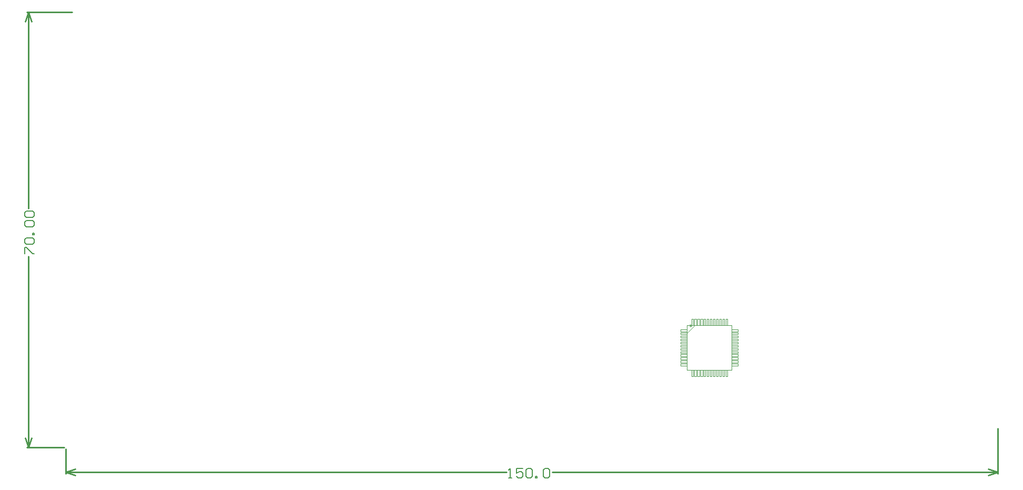
<source format=gm1>
G04*
G04 #@! TF.GenerationSoftware,Altium Limited,Altium NEXUS,2.1.8 (74)*
G04*
G04 Layer_Color=16711935*
%FSLAX25Y25*%
%MOIN*%
G70*
G01*
G75*
%ADD12C,0.00600*%
%ADD16C,0.01000*%
%ADD148C,0.00100*%
%ADD149C,0.00300*%
D12*
X-26021Y122700D02*
Y126698D01*
X-25021D01*
X-21023Y122700D01*
X-20023D01*
X-25021Y128698D02*
X-26021Y129697D01*
Y131697D01*
X-25021Y132696D01*
X-21023D01*
X-20023Y131697D01*
Y129697D01*
X-21023Y128698D01*
X-25021D01*
X-20023Y134696D02*
X-21023D01*
Y135695D01*
X-20023D01*
Y134696D01*
X-25021Y139694D02*
X-26021Y140694D01*
Y142693D01*
X-25021Y143693D01*
X-21023D01*
X-20023Y142693D01*
Y140694D01*
X-21023Y139694D01*
X-25021D01*
Y145692D02*
X-26021Y146692D01*
Y148691D01*
X-25021Y149691D01*
X-21023D01*
X-20023Y148691D01*
Y146692D01*
X-21023Y145692D01*
X-25021D01*
X280680Y-19347D02*
X282679D01*
X281680D01*
Y-13349D01*
X280680Y-14349D01*
X289677Y-13349D02*
X285678D01*
Y-16348D01*
X287678Y-15348D01*
X288677D01*
X289677Y-16348D01*
Y-18347D01*
X288677Y-19347D01*
X286678D01*
X285678Y-18347D01*
X291676Y-14349D02*
X292676Y-13349D01*
X294675D01*
X295675Y-14349D01*
Y-18347D01*
X294675Y-19347D01*
X292676D01*
X291676Y-18347D01*
Y-14349D01*
X297674Y-19347D02*
Y-18347D01*
X298674D01*
Y-19347D01*
X297674D01*
X302673Y-14349D02*
X303672Y-13349D01*
X305672D01*
X306671Y-14349D01*
Y-18347D01*
X305672Y-19347D01*
X303672D01*
X302673Y-18347D01*
Y-14349D01*
D16*
X-25622Y6000D02*
X-23622Y0D01*
X-21622Y6000D01*
X-23622Y275590D02*
X-21622Y269590D01*
X-25622D02*
X-23622Y275590D01*
Y0D02*
Y121100D01*
Y151291D02*
Y275590D01*
X-24622Y0D02*
X-1000D01*
X-24622Y275590D02*
X3937D01*
X584551Y-17748D02*
X590551Y-15748D01*
X584551Y-13748D02*
X590551Y-15748D01*
X0D02*
X6000Y-13748D01*
X0Y-15748D02*
X6000Y-17748D01*
X308271Y-15748D02*
X590551D01*
X0D02*
X279080D01*
X590551Y-16748D02*
Y11811D01*
X0Y-16748D02*
Y-1000D01*
D148*
X418079Y77366D02*
X419179D01*
Y81266D01*
X418079D02*
X419179D01*
X418079Y77366D02*
Y81266D01*
X416110Y77366D02*
X417210D01*
Y81266D01*
X416110D02*
X417210D01*
X416110Y77366D02*
Y81266D01*
X414142Y77366D02*
X415242D01*
Y81266D01*
X414142D02*
X415242D01*
X414142Y77366D02*
Y81266D01*
X412173Y77366D02*
X413273D01*
Y81266D01*
X412173D02*
X413273D01*
X412173Y77366D02*
Y81266D01*
X410205Y77366D02*
X411305D01*
Y81266D01*
X410205D02*
X411305D01*
X410205Y77366D02*
Y81266D01*
X408236Y77366D02*
X409336D01*
Y81266D01*
X408236D02*
X409336D01*
X408236Y77366D02*
Y81266D01*
X406268Y77366D02*
X407368D01*
Y81266D01*
X406268D02*
X407368D01*
X406268Y77366D02*
Y81266D01*
X404299Y77366D02*
X405399D01*
Y81266D01*
X404299D02*
X405399D01*
X404299Y77366D02*
Y81266D01*
X402331Y77366D02*
X403431D01*
Y81266D01*
X402331D02*
X403431D01*
X402331Y77366D02*
Y81266D01*
X400362Y77366D02*
X401462D01*
Y81266D01*
X400362D02*
X401462D01*
X400362Y77366D02*
Y81266D01*
X398394Y77366D02*
X399494D01*
Y81266D01*
X398394D02*
X399494D01*
X398394Y77366D02*
Y81266D01*
X396425Y77366D02*
X397525D01*
Y81266D01*
X396425D02*
X397525D01*
X396425Y77366D02*
Y81266D01*
X393602Y73442D02*
Y74542D01*
X389702D02*
X393602D01*
X389702Y73442D02*
Y74542D01*
Y73442D02*
X393602D01*
Y71474D02*
Y72574D01*
X389702D02*
X393602D01*
X389702Y71474D02*
Y72574D01*
Y71474D02*
X393602D01*
Y69505D02*
Y70605D01*
X389702D02*
X393602D01*
X389702Y69505D02*
Y70605D01*
Y69505D02*
X393602D01*
Y67537D02*
Y68637D01*
X389702D02*
X393602D01*
X389702Y67537D02*
Y68637D01*
Y67537D02*
X393602D01*
Y65568D02*
Y66668D01*
X389702D02*
X393602D01*
X389702Y65568D02*
Y66668D01*
Y65568D02*
X393602D01*
Y63600D02*
Y64700D01*
X389702D02*
X393602D01*
X389702Y63600D02*
Y64700D01*
Y63600D02*
X393602D01*
Y61631D02*
Y62731D01*
X389702D02*
X393602D01*
X389702Y61631D02*
Y62731D01*
Y61631D02*
X393602D01*
Y59663D02*
Y60763D01*
X389702D02*
X393602D01*
X389702Y59663D02*
Y60763D01*
Y59663D02*
X393602D01*
Y57694D02*
Y58794D01*
X389702D02*
X393602D01*
X389702Y57694D02*
Y58794D01*
Y57694D02*
X393602D01*
Y55726D02*
Y56826D01*
X389702D02*
X393602D01*
X389702Y55726D02*
Y56826D01*
Y55726D02*
X393602D01*
Y53757D02*
Y54857D01*
X389702D02*
X393602D01*
X389702Y53757D02*
Y54857D01*
Y53757D02*
X393602D01*
Y51789D02*
Y52889D01*
X389702D02*
X393602D01*
X389702Y51789D02*
Y52889D01*
Y51789D02*
X393602D01*
X396425Y48966D02*
X397525D01*
X396425Y45066D02*
Y48966D01*
Y45066D02*
X397525D01*
Y48966D01*
X398394D02*
X399494D01*
X398394Y45066D02*
Y48966D01*
Y45066D02*
X399494D01*
Y48966D01*
X400362D02*
X401462D01*
X400362Y45066D02*
Y48966D01*
Y45066D02*
X401462D01*
Y48966D01*
X402331D02*
X403431D01*
X402331Y45066D02*
Y48966D01*
Y45066D02*
X403431D01*
Y48966D01*
X404299D02*
X405399D01*
X404299Y45066D02*
Y48966D01*
Y45066D02*
X405399D01*
Y48966D01*
X406268D02*
X407368D01*
X406268Y45066D02*
Y48966D01*
Y45066D02*
X407368D01*
Y48966D01*
X408236D02*
X409336D01*
X408236Y45066D02*
Y48966D01*
Y45066D02*
X409336D01*
Y48966D01*
X410205D02*
X411305D01*
X410205Y45066D02*
Y48966D01*
Y45066D02*
X411305D01*
Y48966D01*
X412173D02*
X413273D01*
X412173Y45066D02*
Y48966D01*
Y45066D02*
X413273D01*
Y48966D01*
X414142D02*
X415242D01*
X414142Y45066D02*
Y48966D01*
Y45066D02*
X415242D01*
Y48966D01*
X416110D02*
X417210D01*
X416110Y45066D02*
Y48966D01*
Y45066D02*
X417210D01*
Y48966D01*
X418079D02*
X419179D01*
X418079Y45066D02*
Y48966D01*
Y45066D02*
X419179D01*
Y48966D01*
X422002Y51789D02*
Y52889D01*
Y51789D02*
X425902D01*
Y52889D01*
X422002D02*
X425902D01*
X422002Y53757D02*
Y54857D01*
Y53757D02*
X425902D01*
Y54857D01*
X422002D02*
X425902D01*
X422002Y55726D02*
Y56826D01*
Y55726D02*
X425902D01*
Y56826D01*
X422002D02*
X425902D01*
X422002Y57694D02*
Y58794D01*
Y57694D02*
X425902D01*
Y58794D01*
X422002D02*
X425902D01*
X422002Y59663D02*
Y60763D01*
Y59663D02*
X425902D01*
Y60763D01*
X422002D02*
X425902D01*
X422002Y61631D02*
Y62731D01*
Y61631D02*
X425902D01*
Y62731D01*
X422002D02*
X425902D01*
X422002Y63600D02*
Y64700D01*
Y63600D02*
X425902D01*
Y64700D01*
X422002D02*
X425902D01*
X422002Y65568D02*
Y66668D01*
Y65568D02*
X425902D01*
Y66668D01*
X422002D02*
X425902D01*
X422002Y67537D02*
Y68637D01*
Y67537D02*
X425902D01*
Y68637D01*
X422002D02*
X425902D01*
X422002Y69505D02*
Y70605D01*
Y69505D02*
X425902D01*
Y70605D01*
X422002D02*
X425902D01*
X422002Y71474D02*
Y72574D01*
Y71474D02*
X425902D01*
Y72574D01*
X422002D02*
X425902D01*
X422002Y73442D02*
Y74542D01*
Y73442D02*
X425902D01*
Y74542D01*
X422002D02*
X425902D01*
X393602Y72366D02*
X398602Y77366D01*
X393602Y48966D02*
X422002D01*
Y77366D01*
X393602D02*
X422002D01*
X393602Y48966D02*
Y77366D01*
D149*
X395846Y78101D02*
Y76316D01*
X395102Y77655D02*
X396590Y76762D01*
Y77655D02*
X395102Y76762D01*
M02*

</source>
